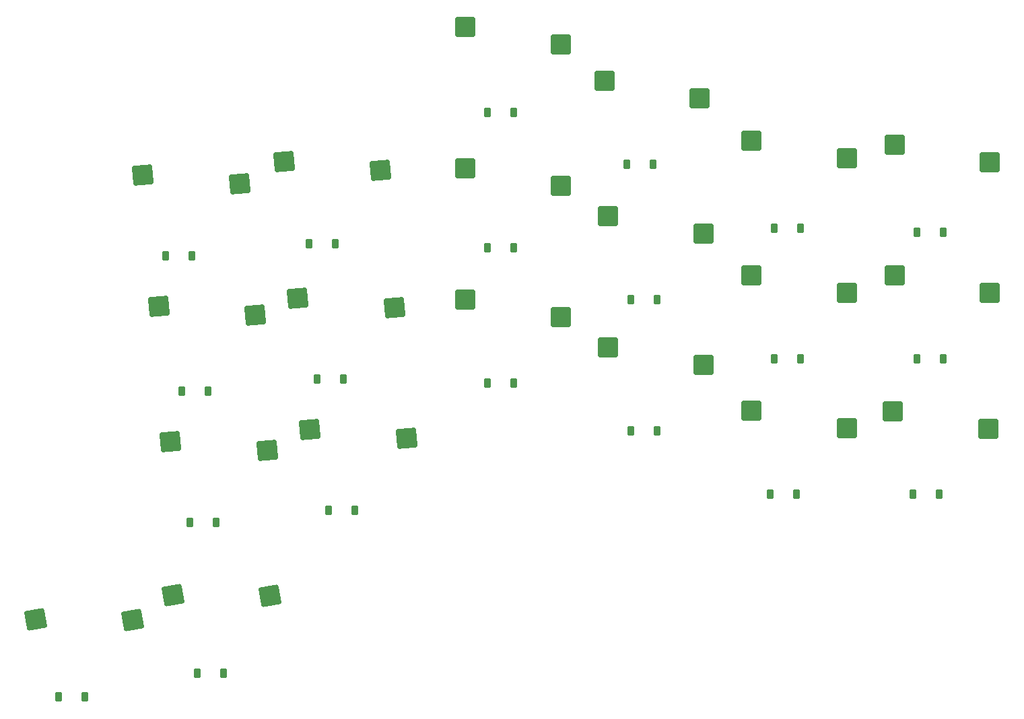
<source format=gbr>
%TF.GenerationSoftware,KiCad,Pcbnew,9.0.6-1.fc43*%
%TF.CreationDate,2026-01-15T13:14:43-05:00*%
%TF.ProjectId,Right,52696768-742e-46b6-9963-61645f706362,rev?*%
%TF.SameCoordinates,Original*%
%TF.FileFunction,Paste,Bot*%
%TF.FilePolarity,Positive*%
%FSLAX46Y46*%
G04 Gerber Fmt 4.6, Leading zero omitted, Abs format (unit mm)*
G04 Created by KiCad (PCBNEW 9.0.6-1.fc43) date 2026-01-15 13:14:43*
%MOMM*%
%LPD*%
G01*
G04 APERTURE LIST*
G04 Aperture macros list*
%AMRoundRect*
0 Rectangle with rounded corners*
0 $1 Rounding radius*
0 $2 $3 $4 $5 $6 $7 $8 $9 X,Y pos of 4 corners*
0 Add a 4 corners polygon primitive as box body*
4,1,4,$2,$3,$4,$5,$6,$7,$8,$9,$2,$3,0*
0 Add four circle primitives for the rounded corners*
1,1,$1+$1,$2,$3*
1,1,$1+$1,$4,$5*
1,1,$1+$1,$6,$7*
1,1,$1+$1,$8,$9*
0 Add four rect primitives between the rounded corners*
20,1,$1+$1,$2,$3,$4,$5,0*
20,1,$1+$1,$4,$5,$6,$7,0*
20,1,$1+$1,$6,$7,$8,$9,0*
20,1,$1+$1,$8,$9,$2,$3,0*%
G04 Aperture macros list end*
%ADD10RoundRect,0.250000X-0.933944X-1.085529X1.108255X-0.906860X0.933944X1.085529X-1.108255X0.906860X0*%
%ADD11RoundRect,0.250000X-0.835780X-1.162797X1.183076X-0.806818X0.835780X1.162797X-1.183076X0.806818X0*%
%ADD12RoundRect,0.250000X-1.025000X-1.000000X1.025000X-1.000000X1.025000X1.000000X-1.025000X1.000000X0*%
%ADD13RoundRect,0.225000X0.225000X0.375000X-0.225000X0.375000X-0.225000X-0.375000X0.225000X-0.375000X0*%
G04 APERTURE END LIST*
D10*
%TO.C,S12*%
X129819457Y-90348521D03*
X141965532Y-91494280D03*
%TD*%
D11*
%TO.C,S20*%
X114361288Y-129698922D03*
X126561000Y-129781721D03*
%TD*%
D10*
%TO.C,S17*%
X148840386Y-105827878D03*
X160986461Y-106973637D03*
%TD*%
D12*
%TO.C,S10*%
X168350000Y-73000000D03*
X180350000Y-75200000D03*
%TD*%
D10*
%TO.C,S5*%
X145584347Y-72115084D03*
X157730422Y-73260843D03*
%TD*%
D12*
%TO.C,S1*%
X222350000Y-70000000D03*
X234350000Y-72200000D03*
%TD*%
D10*
%TO.C,S11*%
X147319457Y-89348521D03*
X159465532Y-90494280D03*
%TD*%
D11*
%TO.C,S19*%
X131638651Y-126698922D03*
X143838363Y-126781721D03*
%TD*%
D12*
%TO.C,S8*%
X204350000Y-86500000D03*
X216350000Y-88700000D03*
%TD*%
%TO.C,S4*%
X168350000Y-55200000D03*
X180350000Y-57400000D03*
%TD*%
D10*
%TO.C,S6*%
X127840386Y-73827878D03*
X139986461Y-74973637D03*
%TD*%
D12*
%TO.C,S13*%
X222125000Y-103550000D03*
X234125000Y-105750000D03*
%TD*%
%TO.C,S15*%
X186350000Y-95500000D03*
X198350000Y-97700000D03*
%TD*%
%TO.C,S3*%
X185850000Y-62000000D03*
X197850000Y-64200000D03*
%TD*%
%TO.C,S9*%
X186350000Y-79000000D03*
X198350000Y-81200000D03*
%TD*%
%TO.C,S7*%
X222350000Y-86500000D03*
X234350000Y-88700000D03*
%TD*%
%TO.C,S14*%
X204350000Y-103500000D03*
X216350000Y-105700000D03*
%TD*%
%TO.C,S2*%
X204350000Y-69500000D03*
X216350000Y-71700000D03*
%TD*%
%TO.C,S16*%
X168350000Y-89500000D03*
X180350000Y-91700000D03*
%TD*%
D10*
%TO.C,S18*%
X131319457Y-107348521D03*
X143465532Y-108494280D03*
%TD*%
D13*
%TO.C,D5*%
X152000000Y-82500000D03*
X148700000Y-82500000D03*
%TD*%
%TO.C,D10*%
X174500000Y-83000000D03*
X171200000Y-83000000D03*
%TD*%
%TO.C,D7*%
X228500000Y-97000000D03*
X225200000Y-97000000D03*
%TD*%
%TO.C,D16*%
X174500000Y-100000000D03*
X171200000Y-100000000D03*
%TD*%
%TO.C,D3*%
X192000000Y-72500000D03*
X188700000Y-72500000D03*
%TD*%
%TO.C,D6*%
X134000000Y-84000000D03*
X130700000Y-84000000D03*
%TD*%
%TO.C,D15*%
X192500000Y-106000000D03*
X189200000Y-106000000D03*
%TD*%
%TO.C,D11*%
X153000000Y-99500000D03*
X149700000Y-99500000D03*
%TD*%
%TO.C,D18*%
X137000000Y-117500000D03*
X133700000Y-117500000D03*
%TD*%
%TO.C,D8*%
X210500000Y-97000000D03*
X207200000Y-97000000D03*
%TD*%
%TO.C,D14*%
X210000000Y-114000000D03*
X206700000Y-114000000D03*
%TD*%
%TO.C,D13*%
X228000000Y-114000000D03*
X224700000Y-114000000D03*
%TD*%
%TO.C,D20*%
X120500000Y-139500000D03*
X117200000Y-139500000D03*
%TD*%
%TO.C,D2*%
X210500000Y-80500000D03*
X207200000Y-80500000D03*
%TD*%
%TO.C,D4*%
X174500000Y-66000000D03*
X171200000Y-66000000D03*
%TD*%
%TO.C,D17*%
X154500000Y-116000000D03*
X151200000Y-116000000D03*
%TD*%
%TO.C,D9*%
X192500000Y-89500000D03*
X189200000Y-89500000D03*
%TD*%
%TO.C,D1*%
X228500000Y-81000000D03*
X225200000Y-81000000D03*
%TD*%
%TO.C,D12*%
X136000000Y-101000000D03*
X132700000Y-101000000D03*
%TD*%
%TO.C,D19*%
X138000000Y-136500000D03*
X134700000Y-136500000D03*
%TD*%
M02*

</source>
